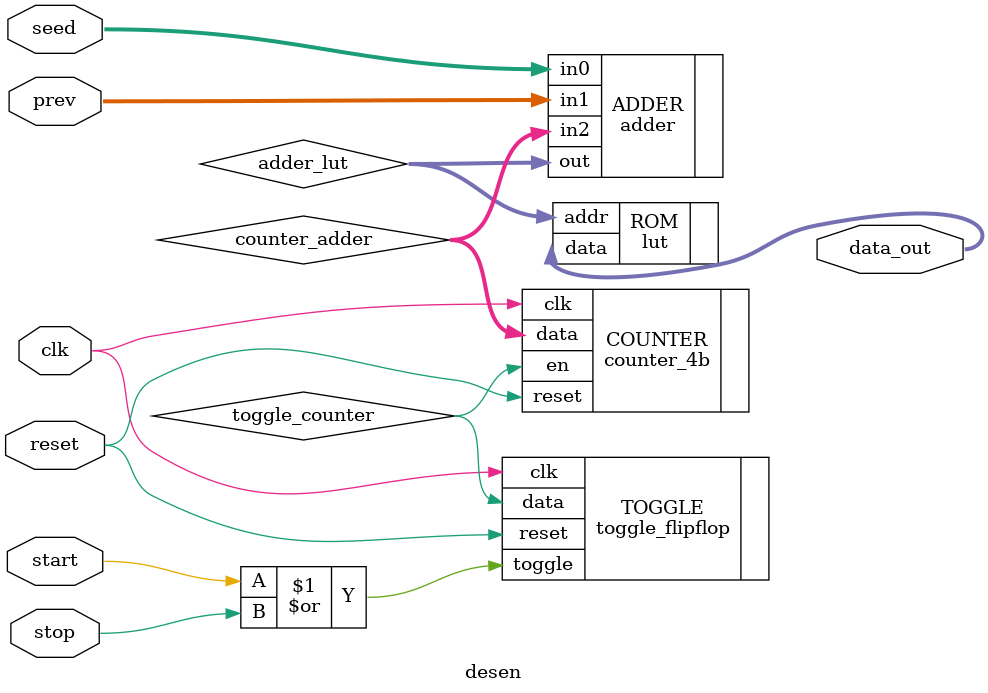
<source format=v>
`timescale 1ns / 1ps


module desen(
    input start,
    input stop,
    input clk,
    input reset,
    input [11:0] prev,
    input [11:0] seed,
    output [3:0] data_out
    );
    
    wire toggle_counter;
    wire [3:0] counter_adder, adder_lut;
    
    toggle_flipflop TOGGLE(
        .toggle(start | stop),
        .clk(clk),
        .reset(reset),
        .data(toggle_counter)
    );
    
    counter_4b COUNTER(
        .en(toggle_counter),
        .clk(clk),
        .reset(reset),
        .data(counter_adder)
    );
    
    adder ADDER(
        .in0(seed),
        .in1(prev),
        .in2(counter_adder),
        .out(adder_lut)
    );
    
    lut ROM(
        .addr(adder_lut),
        .data(data_out)
    );
    
endmodule

</source>
